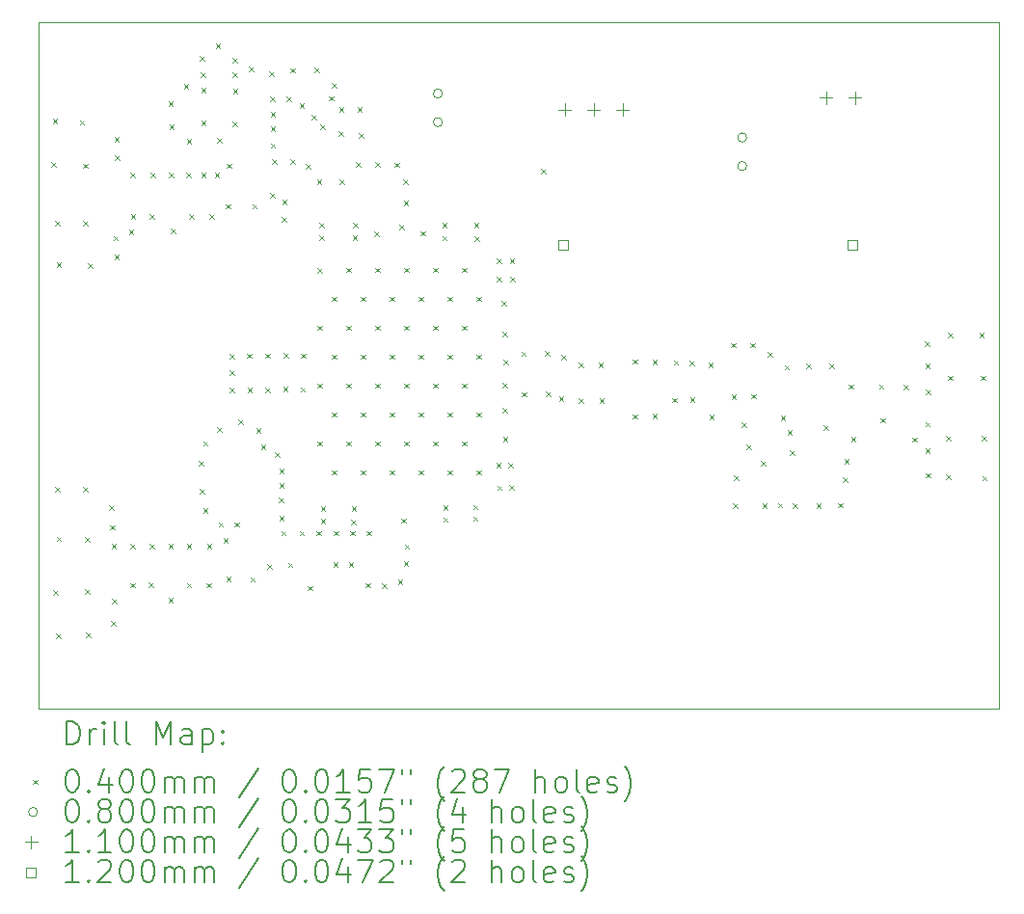
<source format=gbr>
%FSLAX45Y45*%
G04 Gerber Fmt 4.5, Leading zero omitted, Abs format (unit mm)*
G04 Created by KiCad (PCBNEW (6.0.1)) date 2022-02-08 14:36:47*
%MOMM*%
%LPD*%
G01*
G04 APERTURE LIST*
%TA.AperFunction,Profile*%
%ADD10C,0.100000*%
%TD*%
%ADD11C,0.200000*%
%ADD12C,0.040000*%
%ADD13C,0.080000*%
%ADD14C,0.110000*%
%ADD15C,0.120000*%
G04 APERTURE END LIST*
D10*
X7025640Y-7747000D02*
X15463520Y-7747000D01*
X15463520Y-7747000D02*
X15463520Y-13776960D01*
X15463520Y-13776960D02*
X7025640Y-13776960D01*
X7025640Y-13776960D02*
X7025640Y-7747000D01*
D11*
D12*
X7142800Y-8981760D02*
X7182800Y-9021760D01*
X7182800Y-8981760D02*
X7142800Y-9021760D01*
X7152960Y-8600760D02*
X7192960Y-8640760D01*
X7192960Y-8600760D02*
X7152960Y-8640760D01*
X7158040Y-12740960D02*
X7198040Y-12780960D01*
X7198040Y-12740960D02*
X7158040Y-12780960D01*
X7173280Y-9494840D02*
X7213280Y-9534840D01*
X7213280Y-9494840D02*
X7173280Y-9534840D01*
X7173280Y-11831640D02*
X7213280Y-11871640D01*
X7213280Y-11831640D02*
X7173280Y-11871640D01*
X7183440Y-13121960D02*
X7223440Y-13161960D01*
X7223440Y-13121960D02*
X7183440Y-13161960D01*
X7188520Y-9860600D02*
X7228520Y-9900600D01*
X7228520Y-9860600D02*
X7188520Y-9900600D01*
X7188520Y-12268520D02*
X7228520Y-12308520D01*
X7228520Y-12268520D02*
X7188520Y-12308520D01*
X7391720Y-8610920D02*
X7431720Y-8650920D01*
X7431720Y-8610920D02*
X7391720Y-8650920D01*
X7422200Y-8991920D02*
X7462200Y-9031920D01*
X7462200Y-8991920D02*
X7422200Y-9031920D01*
X7422200Y-9494840D02*
X7462200Y-9534840D01*
X7462200Y-9494840D02*
X7422200Y-9534840D01*
X7422200Y-11831640D02*
X7462200Y-11871640D01*
X7462200Y-11831640D02*
X7422200Y-11871640D01*
X7437440Y-12273600D02*
X7477440Y-12313600D01*
X7477440Y-12273600D02*
X7437440Y-12313600D01*
X7437440Y-12730800D02*
X7477440Y-12770800D01*
X7477440Y-12730800D02*
X7437440Y-12770800D01*
X7447600Y-13111800D02*
X7487600Y-13151800D01*
X7487600Y-13111800D02*
X7447600Y-13151800D01*
X7462840Y-9865680D02*
X7502840Y-9905680D01*
X7502840Y-9865680D02*
X7462840Y-9905680D01*
X7650800Y-11994200D02*
X7690800Y-12034200D01*
X7690800Y-11994200D02*
X7650800Y-12034200D01*
X7655880Y-12166920D02*
X7695880Y-12206920D01*
X7695880Y-12166920D02*
X7655880Y-12206920D01*
X7666040Y-13010200D02*
X7706040Y-13050200D01*
X7706040Y-13010200D02*
X7666040Y-13050200D01*
X7671120Y-12334560D02*
X7711120Y-12374560D01*
X7711120Y-12334560D02*
X7671120Y-12374560D01*
X7676200Y-12817160D02*
X7716200Y-12857160D01*
X7716200Y-12817160D02*
X7676200Y-12857160D01*
X7686360Y-9626920D02*
X7726360Y-9666920D01*
X7726360Y-9626920D02*
X7686360Y-9666920D01*
X7696520Y-8758240D02*
X7736520Y-8798240D01*
X7736520Y-8758240D02*
X7696520Y-8798240D01*
X7696520Y-9789480D02*
X7736520Y-9829480D01*
X7736520Y-9789480D02*
X7696520Y-9829480D01*
X7701600Y-8920800D02*
X7741600Y-8960800D01*
X7741600Y-8920800D02*
X7701600Y-8960800D01*
X7823520Y-9571040D02*
X7863520Y-9611040D01*
X7863520Y-9571040D02*
X7823520Y-9611040D01*
X7833680Y-9073200D02*
X7873680Y-9113200D01*
X7873680Y-9073200D02*
X7833680Y-9113200D01*
X7833680Y-12334560D02*
X7873680Y-12374560D01*
X7873680Y-12334560D02*
X7833680Y-12374560D01*
X7833680Y-12674920D02*
X7873680Y-12714920D01*
X7873680Y-12674920D02*
X7833680Y-12714920D01*
X7838760Y-9433880D02*
X7878760Y-9473880D01*
X7878760Y-9433880D02*
X7838760Y-9473880D01*
X7996240Y-12669840D02*
X8036240Y-12709840D01*
X8036240Y-12669840D02*
X7996240Y-12709840D01*
X8006400Y-9433880D02*
X8046400Y-9473880D01*
X8046400Y-9433880D02*
X8006400Y-9473880D01*
X8006400Y-12334560D02*
X8046400Y-12374560D01*
X8046400Y-12334560D02*
X8006400Y-12374560D01*
X8011480Y-9073200D02*
X8051480Y-9113200D01*
X8051480Y-9073200D02*
X8011480Y-9113200D01*
X8168960Y-8448360D02*
X8208960Y-8488360D01*
X8208960Y-8448360D02*
X8168960Y-8488360D01*
X8168960Y-12334560D02*
X8208960Y-12374560D01*
X8208960Y-12334560D02*
X8168960Y-12374560D01*
X8168960Y-12807000D02*
X8208960Y-12847000D01*
X8208960Y-12807000D02*
X8168960Y-12847000D01*
X8174040Y-9073200D02*
X8214040Y-9113200D01*
X8214040Y-9073200D02*
X8174040Y-9113200D01*
X8179120Y-8651560D02*
X8219120Y-8691560D01*
X8219120Y-8651560D02*
X8179120Y-8691560D01*
X8189280Y-9565960D02*
X8229280Y-9605960D01*
X8229280Y-9565960D02*
X8189280Y-9605960D01*
X8306120Y-8295960D02*
X8346120Y-8335960D01*
X8346120Y-8295960D02*
X8306120Y-8335960D01*
X8326440Y-9073200D02*
X8366440Y-9113200D01*
X8366440Y-9073200D02*
X8326440Y-9113200D01*
X8331520Y-8773480D02*
X8371520Y-8813480D01*
X8371520Y-8773480D02*
X8331520Y-8813480D01*
X8331520Y-12334560D02*
X8371520Y-12374560D01*
X8371520Y-12334560D02*
X8331520Y-12374560D01*
X8331520Y-12674920D02*
X8371520Y-12714920D01*
X8371520Y-12674920D02*
X8331520Y-12714920D01*
X8351840Y-9433880D02*
X8391840Y-9473880D01*
X8391840Y-9433880D02*
X8351840Y-9473880D01*
X8438200Y-11603040D02*
X8478200Y-11643040D01*
X8478200Y-11603040D02*
X8438200Y-11643040D01*
X8443280Y-8047040D02*
X8483280Y-8087040D01*
X8483280Y-8047040D02*
X8443280Y-8087040D01*
X8443280Y-11846880D02*
X8483280Y-11886880D01*
X8483280Y-11846880D02*
X8443280Y-11886880D01*
X8453440Y-8189280D02*
X8493440Y-8229280D01*
X8493440Y-8189280D02*
X8453440Y-8229280D01*
X8458520Y-8326440D02*
X8498520Y-8366440D01*
X8498520Y-8326440D02*
X8458520Y-8366440D01*
X8458520Y-8616000D02*
X8498520Y-8656000D01*
X8498520Y-8616000D02*
X8458520Y-8656000D01*
X8458520Y-9073200D02*
X8498520Y-9113200D01*
X8498520Y-9073200D02*
X8458520Y-9113200D01*
X8473760Y-11430320D02*
X8513760Y-11470320D01*
X8513760Y-11430320D02*
X8473760Y-11470320D01*
X8473760Y-12019600D02*
X8513760Y-12059600D01*
X8513760Y-12019600D02*
X8473760Y-12059600D01*
X8504240Y-12674920D02*
X8544240Y-12714920D01*
X8544240Y-12674920D02*
X8504240Y-12714920D01*
X8509320Y-12334560D02*
X8549320Y-12374560D01*
X8549320Y-12334560D02*
X8509320Y-12374560D01*
X8529640Y-9433880D02*
X8569640Y-9473880D01*
X8569640Y-9433880D02*
X8529640Y-9473880D01*
X8575360Y-9073200D02*
X8615360Y-9113200D01*
X8615360Y-9073200D02*
X8575360Y-9113200D01*
X8585520Y-7940360D02*
X8625520Y-7980360D01*
X8625520Y-7940360D02*
X8585520Y-7980360D01*
X8595680Y-8768400D02*
X8635680Y-8808400D01*
X8635680Y-8768400D02*
X8595680Y-8808400D01*
X8595680Y-11308400D02*
X8635680Y-11348400D01*
X8635680Y-11308400D02*
X8595680Y-11348400D01*
X8610920Y-12141520D02*
X8650920Y-12181520D01*
X8650920Y-12141520D02*
X8610920Y-12181520D01*
X8651560Y-12283760D02*
X8691560Y-12323760D01*
X8691560Y-12283760D02*
X8651560Y-12323760D01*
X8671880Y-9347520D02*
X8711880Y-9387520D01*
X8711880Y-9347520D02*
X8671880Y-9387520D01*
X8676960Y-12619040D02*
X8716960Y-12659040D01*
X8716960Y-12619040D02*
X8676960Y-12659040D01*
X8682040Y-8991920D02*
X8722040Y-9031920D01*
X8722040Y-8991920D02*
X8682040Y-9031920D01*
X8704900Y-10665780D02*
X8744900Y-10705780D01*
X8744900Y-10665780D02*
X8704900Y-10705780D01*
X8704900Y-10805480D02*
X8744900Y-10845480D01*
X8744900Y-10805480D02*
X8704900Y-10845480D01*
X8709980Y-10957880D02*
X8749980Y-10997880D01*
X8749980Y-10957880D02*
X8709980Y-10997880D01*
X8732840Y-8067360D02*
X8772840Y-8107360D01*
X8772840Y-8067360D02*
X8732840Y-8107360D01*
X8732840Y-8189280D02*
X8772840Y-8229280D01*
X8772840Y-8189280D02*
X8732840Y-8229280D01*
X8732840Y-8621080D02*
X8772840Y-8661080D01*
X8772840Y-8621080D02*
X8732840Y-8661080D01*
X8737920Y-8336600D02*
X8777920Y-8376600D01*
X8777920Y-8336600D02*
X8737920Y-8376600D01*
X8748080Y-12141520D02*
X8788080Y-12181520D01*
X8788080Y-12141520D02*
X8748080Y-12181520D01*
X8783640Y-11242360D02*
X8823640Y-11282360D01*
X8823640Y-11242360D02*
X8783640Y-11282360D01*
X8862380Y-10660700D02*
X8902380Y-10700700D01*
X8902380Y-10660700D02*
X8862380Y-10700700D01*
X8864920Y-10960420D02*
X8904920Y-11000420D01*
X8904920Y-10960420D02*
X8864920Y-11000420D01*
X8875080Y-8143560D02*
X8915080Y-8183560D01*
X8915080Y-8143560D02*
X8875080Y-8183560D01*
X8890320Y-12624120D02*
X8930320Y-12664120D01*
X8930320Y-12624120D02*
X8890320Y-12664120D01*
X8905560Y-9347520D02*
X8945560Y-9387520D01*
X8945560Y-9347520D02*
X8905560Y-9387520D01*
X8941120Y-11318560D02*
X8981120Y-11358560D01*
X8981120Y-11318560D02*
X8941120Y-11358560D01*
X8981760Y-11460800D02*
X9021760Y-11500800D01*
X9021760Y-11460800D02*
X8981760Y-11500800D01*
X9022400Y-10660700D02*
X9062400Y-10700700D01*
X9062400Y-10660700D02*
X9022400Y-10700700D01*
X9022400Y-10957880D02*
X9062400Y-10997880D01*
X9062400Y-10957880D02*
X9022400Y-10997880D01*
X9037640Y-12512360D02*
X9077640Y-12552360D01*
X9077640Y-12512360D02*
X9037640Y-12552360D01*
X9052880Y-8184200D02*
X9092880Y-8224200D01*
X9092880Y-8184200D02*
X9052880Y-8224200D01*
X9063040Y-8402640D02*
X9103040Y-8442640D01*
X9103040Y-8402640D02*
X9063040Y-8442640D01*
X9063040Y-9251000D02*
X9103040Y-9291000D01*
X9103040Y-9251000D02*
X9063040Y-9291000D01*
X9068120Y-8539800D02*
X9108120Y-8579800D01*
X9108120Y-8539800D02*
X9068120Y-8579800D01*
X9068120Y-8666800D02*
X9108120Y-8706800D01*
X9108120Y-8666800D02*
X9068120Y-8706800D01*
X9068120Y-8814120D02*
X9108120Y-8854120D01*
X9108120Y-8814120D02*
X9068120Y-8854120D01*
X9078280Y-8951280D02*
X9118280Y-8991280D01*
X9118280Y-8951280D02*
X9078280Y-8991280D01*
X9103680Y-11526840D02*
X9143680Y-11566840D01*
X9143680Y-11526840D02*
X9103680Y-11566840D01*
X9139240Y-11928160D02*
X9179240Y-11968160D01*
X9179240Y-11928160D02*
X9139240Y-11968160D01*
X9144320Y-11669080D02*
X9184320Y-11709080D01*
X9184320Y-11669080D02*
X9144320Y-11709080D01*
X9144320Y-11801160D02*
X9184320Y-11841160D01*
X9184320Y-11801160D02*
X9144320Y-11841160D01*
X9144320Y-12085640D02*
X9184320Y-12125640D01*
X9184320Y-12085640D02*
X9144320Y-12125640D01*
X9159560Y-12217720D02*
X9199560Y-12257720D01*
X9199560Y-12217720D02*
X9159560Y-12257720D01*
X9164640Y-9464360D02*
X9204640Y-9504360D01*
X9204640Y-9464360D02*
X9164640Y-9504360D01*
X9169720Y-9306880D02*
X9209720Y-9346880D01*
X9209720Y-9306880D02*
X9169720Y-9346880D01*
X9177340Y-10952800D02*
X9217340Y-10992800D01*
X9217340Y-10952800D02*
X9177340Y-10992800D01*
X9179880Y-10658160D02*
X9219880Y-10698160D01*
X9219880Y-10658160D02*
X9179880Y-10698160D01*
X9205280Y-8402640D02*
X9245280Y-8442640D01*
X9245280Y-8402640D02*
X9205280Y-8442640D01*
X9220520Y-12497120D02*
X9260520Y-12537120D01*
X9260520Y-12497120D02*
X9220520Y-12537120D01*
X9240840Y-8153720D02*
X9280840Y-8193720D01*
X9280840Y-8153720D02*
X9240840Y-8193720D01*
X9240840Y-8956360D02*
X9280840Y-8996360D01*
X9280840Y-8956360D02*
X9240840Y-8996360D01*
X9322120Y-8463600D02*
X9362120Y-8503600D01*
X9362120Y-8463600D02*
X9322120Y-8503600D01*
X9322120Y-12217720D02*
X9362120Y-12257720D01*
X9362120Y-12217720D02*
X9322120Y-12257720D01*
X9329740Y-10955340D02*
X9369740Y-10995340D01*
X9369740Y-10955340D02*
X9329740Y-10995340D01*
X9334820Y-10660700D02*
X9374820Y-10700700D01*
X9374820Y-10660700D02*
X9334820Y-10700700D01*
X9378000Y-8997000D02*
X9418000Y-9037000D01*
X9418000Y-8997000D02*
X9378000Y-9037000D01*
X9393240Y-12700320D02*
X9433240Y-12740320D01*
X9433240Y-12700320D02*
X9393240Y-12740320D01*
X9428800Y-8565200D02*
X9468800Y-8605200D01*
X9468800Y-8565200D02*
X9428800Y-8605200D01*
X9454200Y-8148640D02*
X9494200Y-8188640D01*
X9494200Y-8148640D02*
X9454200Y-8188640D01*
X9469440Y-12217720D02*
X9509440Y-12257720D01*
X9509440Y-12217720D02*
X9469440Y-12257720D01*
X9474520Y-9129080D02*
X9514520Y-9169080D01*
X9514520Y-9129080D02*
X9474520Y-9169080D01*
X9477060Y-9908860D02*
X9517060Y-9948860D01*
X9517060Y-9908860D02*
X9477060Y-9948860D01*
X9477060Y-10414320D02*
X9517060Y-10454320D01*
X9517060Y-10414320D02*
X9477060Y-10454320D01*
X9477060Y-10922320D02*
X9517060Y-10962320D01*
X9517060Y-10922320D02*
X9477060Y-10962320D01*
X9477060Y-11430320D02*
X9517060Y-11470320D01*
X9517060Y-11430320D02*
X9477060Y-11470320D01*
X9494840Y-9510080D02*
X9534840Y-9550080D01*
X9534840Y-9510080D02*
X9494840Y-9550080D01*
X9494840Y-9621840D02*
X9534840Y-9661840D01*
X9534840Y-9621840D02*
X9494840Y-9661840D01*
X9505000Y-8646480D02*
X9545000Y-8686480D01*
X9545000Y-8646480D02*
X9505000Y-8686480D01*
X9507540Y-12001820D02*
X9547540Y-12041820D01*
X9547540Y-12001820D02*
X9507540Y-12041820D01*
X9507540Y-12113580D02*
X9547540Y-12153580D01*
X9547540Y-12113580D02*
X9507540Y-12153580D01*
X9578012Y-8400139D02*
X9618012Y-8440139D01*
X9618012Y-8400139D02*
X9578012Y-8440139D01*
X9604060Y-10160320D02*
X9644060Y-10200320D01*
X9644060Y-10160320D02*
X9604060Y-10200320D01*
X9604060Y-10668320D02*
X9644060Y-10708320D01*
X9644060Y-10668320D02*
X9604060Y-10708320D01*
X9604060Y-11176320D02*
X9644060Y-11216320D01*
X9644060Y-11176320D02*
X9604060Y-11216320D01*
X9604060Y-11684320D02*
X9644060Y-11724320D01*
X9644060Y-11684320D02*
X9604060Y-11724320D01*
X9606600Y-8285800D02*
X9646600Y-8325800D01*
X9646600Y-8285800D02*
X9606600Y-8325800D01*
X9616760Y-12492040D02*
X9656760Y-12532040D01*
X9656760Y-12492040D02*
X9616760Y-12532040D01*
X9621840Y-12217720D02*
X9661840Y-12257720D01*
X9661840Y-12217720D02*
X9621840Y-12257720D01*
X9662480Y-8707440D02*
X9702480Y-8747440D01*
X9702480Y-8707440D02*
X9662480Y-8747440D01*
X9667560Y-8499160D02*
X9707560Y-8539160D01*
X9707560Y-8499160D02*
X9667560Y-8539160D01*
X9671795Y-9132364D02*
X9711795Y-9172364D01*
X9711795Y-9132364D02*
X9671795Y-9172364D01*
X9731060Y-9906320D02*
X9771060Y-9946320D01*
X9771060Y-9906320D02*
X9731060Y-9946320D01*
X9731060Y-10414320D02*
X9771060Y-10454320D01*
X9771060Y-10414320D02*
X9731060Y-10454320D01*
X9731060Y-10922320D02*
X9771060Y-10962320D01*
X9771060Y-10922320D02*
X9731060Y-10962320D01*
X9731060Y-11430320D02*
X9771060Y-11470320D01*
X9771060Y-11430320D02*
X9731060Y-11470320D01*
X9753920Y-12492040D02*
X9793920Y-12532040D01*
X9793920Y-12492040D02*
X9753920Y-12532040D01*
X9764080Y-12217720D02*
X9804080Y-12257720D01*
X9804080Y-12217720D02*
X9764080Y-12257720D01*
X9776780Y-12118660D02*
X9816780Y-12158660D01*
X9816780Y-12118660D02*
X9776780Y-12158660D01*
X9779320Y-12001820D02*
X9819320Y-12041820D01*
X9819320Y-12001820D02*
X9779320Y-12041820D01*
X9786940Y-9624380D02*
X9826940Y-9664380D01*
X9826940Y-9624380D02*
X9786940Y-9664380D01*
X9789480Y-9512620D02*
X9829480Y-9552620D01*
X9829480Y-9512620D02*
X9789480Y-9552620D01*
X9817420Y-8981760D02*
X9857420Y-9021760D01*
X9857420Y-8981760D02*
X9817420Y-9021760D01*
X9830120Y-8499160D02*
X9870120Y-8539160D01*
X9870120Y-8499160D02*
X9830120Y-8539160D01*
X9840280Y-8727760D02*
X9880280Y-8767760D01*
X9880280Y-8727760D02*
X9840280Y-8767760D01*
X9858060Y-10160320D02*
X9898060Y-10200320D01*
X9898060Y-10160320D02*
X9858060Y-10200320D01*
X9858060Y-10668320D02*
X9898060Y-10708320D01*
X9898060Y-10668320D02*
X9858060Y-10708320D01*
X9858060Y-11176320D02*
X9898060Y-11216320D01*
X9898060Y-11176320D02*
X9858060Y-11216320D01*
X9858060Y-11684320D02*
X9898060Y-11724320D01*
X9898060Y-11684320D02*
X9858060Y-11724320D01*
X9901240Y-12674920D02*
X9941240Y-12714920D01*
X9941240Y-12674920D02*
X9901240Y-12714920D01*
X9911400Y-12217720D02*
X9951400Y-12257720D01*
X9951400Y-12217720D02*
X9911400Y-12257720D01*
X9974900Y-9588820D02*
X10014900Y-9628820D01*
X10014900Y-9588820D02*
X9974900Y-9628820D01*
X9985060Y-8979220D02*
X10025060Y-9019220D01*
X10025060Y-8979220D02*
X9985060Y-9019220D01*
X9985060Y-9906320D02*
X10025060Y-9946320D01*
X10025060Y-9906320D02*
X9985060Y-9946320D01*
X9985060Y-10414320D02*
X10025060Y-10454320D01*
X10025060Y-10414320D02*
X9985060Y-10454320D01*
X9985060Y-10922320D02*
X10025060Y-10962320D01*
X10025060Y-10922320D02*
X9985060Y-10962320D01*
X9985060Y-11430320D02*
X10025060Y-11470320D01*
X10025060Y-11430320D02*
X9985060Y-11470320D01*
X10043480Y-12680000D02*
X10083480Y-12720000D01*
X10083480Y-12680000D02*
X10043480Y-12720000D01*
X10112060Y-10160320D02*
X10152060Y-10200320D01*
X10152060Y-10160320D02*
X10112060Y-10200320D01*
X10112060Y-10668320D02*
X10152060Y-10708320D01*
X10152060Y-10668320D02*
X10112060Y-10708320D01*
X10112060Y-11176320D02*
X10152060Y-11216320D01*
X10152060Y-11176320D02*
X10112060Y-11216320D01*
X10112060Y-11684320D02*
X10152060Y-11724320D01*
X10152060Y-11684320D02*
X10112060Y-11724320D01*
X10155240Y-8984300D02*
X10195240Y-9024300D01*
X10195240Y-8984300D02*
X10155240Y-9024300D01*
X10185720Y-12644440D02*
X10225720Y-12684440D01*
X10225720Y-12644440D02*
X10185720Y-12684440D01*
X10198420Y-9527860D02*
X10238420Y-9567860D01*
X10238420Y-9527860D02*
X10198420Y-9567860D01*
X10213660Y-12108500D02*
X10253660Y-12148500D01*
X10253660Y-12108500D02*
X10213660Y-12148500D01*
X10228900Y-9134160D02*
X10268900Y-9174160D01*
X10268900Y-9134160D02*
X10228900Y-9174160D01*
X10236520Y-9319580D02*
X10276520Y-9359580D01*
X10276520Y-9319580D02*
X10236520Y-9359580D01*
X10236520Y-12486960D02*
X10276520Y-12526960D01*
X10276520Y-12486960D02*
X10236520Y-12526960D01*
X10239060Y-9906320D02*
X10279060Y-9946320D01*
X10279060Y-9906320D02*
X10239060Y-9946320D01*
X10239060Y-10414320D02*
X10279060Y-10454320D01*
X10279060Y-10414320D02*
X10239060Y-10454320D01*
X10239060Y-10922320D02*
X10279060Y-10962320D01*
X10279060Y-10922320D02*
X10239060Y-10962320D01*
X10239060Y-11430320D02*
X10279060Y-11470320D01*
X10279060Y-11430320D02*
X10239060Y-11470320D01*
X10244140Y-12337100D02*
X10284140Y-12377100D01*
X10284140Y-12337100D02*
X10244140Y-12377100D01*
X10366060Y-10160320D02*
X10406060Y-10200320D01*
X10406060Y-10160320D02*
X10366060Y-10200320D01*
X10366060Y-10668320D02*
X10406060Y-10708320D01*
X10406060Y-10668320D02*
X10366060Y-10708320D01*
X10366060Y-11176320D02*
X10406060Y-11216320D01*
X10406060Y-11176320D02*
X10366060Y-11216320D01*
X10366060Y-11684320D02*
X10406060Y-11724320D01*
X10406060Y-11684320D02*
X10366060Y-11724320D01*
X10381300Y-9583740D02*
X10421300Y-9623740D01*
X10421300Y-9583740D02*
X10381300Y-9623740D01*
X10493060Y-9906320D02*
X10533060Y-9946320D01*
X10533060Y-9906320D02*
X10493060Y-9946320D01*
X10493060Y-10414320D02*
X10533060Y-10454320D01*
X10533060Y-10414320D02*
X10493060Y-10454320D01*
X10493060Y-10922320D02*
X10533060Y-10962320D01*
X10533060Y-10922320D02*
X10493060Y-10962320D01*
X10493060Y-11430320D02*
X10533060Y-11470320D01*
X10533060Y-11430320D02*
X10493060Y-11470320D01*
X10574340Y-9515160D02*
X10614340Y-9555160D01*
X10614340Y-9515160D02*
X10574340Y-9555160D01*
X10574340Y-9626920D02*
X10614340Y-9666920D01*
X10614340Y-9626920D02*
X10574340Y-9666920D01*
X10581960Y-11994200D02*
X10621960Y-12034200D01*
X10621960Y-11994200D02*
X10581960Y-12034200D01*
X10581960Y-12098340D02*
X10621960Y-12138340D01*
X10621960Y-12098340D02*
X10581960Y-12138340D01*
X10620060Y-10160320D02*
X10660060Y-10200320D01*
X10660060Y-10160320D02*
X10620060Y-10200320D01*
X10620060Y-10668320D02*
X10660060Y-10708320D01*
X10660060Y-10668320D02*
X10620060Y-10708320D01*
X10620060Y-11176320D02*
X10660060Y-11216320D01*
X10660060Y-11176320D02*
X10620060Y-11216320D01*
X10620060Y-11684320D02*
X10660060Y-11724320D01*
X10660060Y-11684320D02*
X10620060Y-11724320D01*
X10747060Y-9906320D02*
X10787060Y-9946320D01*
X10787060Y-9906320D02*
X10747060Y-9946320D01*
X10747060Y-10414320D02*
X10787060Y-10454320D01*
X10787060Y-10414320D02*
X10747060Y-10454320D01*
X10747060Y-10922320D02*
X10787060Y-10962320D01*
X10787060Y-10922320D02*
X10747060Y-10962320D01*
X10747060Y-11430320D02*
X10787060Y-11470320D01*
X10787060Y-11430320D02*
X10747060Y-11470320D01*
X10846120Y-11989120D02*
X10886120Y-12029120D01*
X10886120Y-11989120D02*
X10846120Y-12029120D01*
X10846120Y-12090720D02*
X10886120Y-12130720D01*
X10886120Y-12090720D02*
X10846120Y-12130720D01*
X10853740Y-9510080D02*
X10893740Y-9550080D01*
X10893740Y-9510080D02*
X10853740Y-9550080D01*
X10856280Y-9629460D02*
X10896280Y-9669460D01*
X10896280Y-9629460D02*
X10856280Y-9669460D01*
X10874060Y-10160320D02*
X10914060Y-10200320D01*
X10914060Y-10160320D02*
X10874060Y-10200320D01*
X10874060Y-10668320D02*
X10914060Y-10708320D01*
X10914060Y-10668320D02*
X10874060Y-10708320D01*
X10874060Y-11176320D02*
X10914060Y-11216320D01*
X10914060Y-11176320D02*
X10874060Y-11216320D01*
X10874060Y-11684320D02*
X10914060Y-11724320D01*
X10914060Y-11684320D02*
X10874060Y-11724320D01*
X11049320Y-11623360D02*
X11089320Y-11663360D01*
X11089320Y-11623360D02*
X11049320Y-11663360D01*
X11051860Y-9827580D02*
X11091860Y-9867580D01*
X11091860Y-9827580D02*
X11051860Y-9867580D01*
X11051860Y-9987600D02*
X11091860Y-10027600D01*
X11091860Y-9987600D02*
X11051860Y-10027600D01*
X11056940Y-11818940D02*
X11096940Y-11858940D01*
X11096940Y-11818940D02*
X11056940Y-11858940D01*
X11097580Y-10200960D02*
X11137580Y-10240960D01*
X11137580Y-10200960D02*
X11097580Y-10240960D01*
X11102660Y-11140760D02*
X11142660Y-11180760D01*
X11142660Y-11140760D02*
X11102660Y-11180760D01*
X11105200Y-10467660D02*
X11145200Y-10507660D01*
X11145200Y-10467660D02*
X11105200Y-10507660D01*
X11105200Y-10919780D02*
X11145200Y-10959780D01*
X11145200Y-10919780D02*
X11105200Y-10959780D01*
X11107740Y-11392220D02*
X11147740Y-11432220D01*
X11147740Y-11392220D02*
X11107740Y-11432220D01*
X11110280Y-10716580D02*
X11150280Y-10756580D01*
X11150280Y-10716580D02*
X11110280Y-10756580D01*
X11153460Y-11620820D02*
X11193460Y-11660820D01*
X11193460Y-11620820D02*
X11153460Y-11660820D01*
X11161080Y-11816400D02*
X11201080Y-11856400D01*
X11201080Y-11816400D02*
X11161080Y-11856400D01*
X11166160Y-9825040D02*
X11206160Y-9865040D01*
X11206160Y-9825040D02*
X11166160Y-9865040D01*
X11171240Y-9987600D02*
X11211240Y-10027600D01*
X11211240Y-9987600D02*
X11171240Y-10027600D01*
X11267760Y-10642920D02*
X11307760Y-10682920D01*
X11307760Y-10642920D02*
X11267760Y-10682920D01*
X11270300Y-10998520D02*
X11310300Y-11038520D01*
X11310300Y-10998520D02*
X11270300Y-11038520D01*
X11440000Y-9040000D02*
X11480000Y-9080000D01*
X11480000Y-9040000D02*
X11440000Y-9080000D01*
X11476040Y-10637840D02*
X11516040Y-10677840D01*
X11516040Y-10637840D02*
X11476040Y-10677840D01*
X11486200Y-10993440D02*
X11526200Y-11033440D01*
X11526200Y-10993440D02*
X11486200Y-11033440D01*
X11597960Y-11036620D02*
X11637960Y-11076620D01*
X11637960Y-11036620D02*
X11597960Y-11076620D01*
X11620820Y-10673400D02*
X11660820Y-10713400D01*
X11660820Y-10673400D02*
X11620820Y-10713400D01*
X11774780Y-10741330D02*
X11814780Y-10781330D01*
X11814780Y-10741330D02*
X11774780Y-10781330D01*
X11774780Y-11056330D02*
X11814780Y-11096330D01*
X11814780Y-11056330D02*
X11774780Y-11096330D01*
X11944780Y-10741330D02*
X11984780Y-10781330D01*
X11984780Y-10741330D02*
X11944780Y-10781330D01*
X11954780Y-11056330D02*
X11994780Y-11096330D01*
X11994780Y-11056330D02*
X11954780Y-11096330D01*
X12245660Y-10711500D02*
X12285660Y-10751500D01*
X12285660Y-10711500D02*
X12245660Y-10751500D01*
X12245660Y-11194100D02*
X12285660Y-11234100D01*
X12285660Y-11194100D02*
X12245660Y-11234100D01*
X12420920Y-10714040D02*
X12460920Y-10754040D01*
X12460920Y-10714040D02*
X12420920Y-10754040D01*
X12420920Y-11191330D02*
X12460920Y-11231330D01*
X12460920Y-11191330D02*
X12420920Y-11231330D01*
X12593640Y-11049320D02*
X12633640Y-11089320D01*
X12633640Y-11049320D02*
X12593640Y-11089320D01*
X12606340Y-10719120D02*
X12646340Y-10759120D01*
X12646340Y-10719120D02*
X12606340Y-10759120D01*
X12744780Y-10721330D02*
X12784780Y-10761330D01*
X12784780Y-10721330D02*
X12744780Y-10761330D01*
X12749780Y-11046330D02*
X12789780Y-11086330D01*
X12789780Y-11046330D02*
X12749780Y-11086330D01*
X12909780Y-10741330D02*
X12949780Y-10781330D01*
X12949780Y-10741330D02*
X12909780Y-10781330D01*
X12919780Y-11196330D02*
X12959780Y-11236330D01*
X12959780Y-11196330D02*
X12919780Y-11236330D01*
X13109780Y-10566330D02*
X13149780Y-10606330D01*
X13149780Y-10566330D02*
X13109780Y-10606330D01*
X13114780Y-11021330D02*
X13154780Y-11061330D01*
X13154780Y-11021330D02*
X13114780Y-11061330D01*
X13124780Y-11976330D02*
X13164780Y-12016330D01*
X13164780Y-11976330D02*
X13124780Y-12016330D01*
X13134780Y-11731330D02*
X13174780Y-11771330D01*
X13174780Y-11731330D02*
X13134780Y-11771330D01*
X13204780Y-11266330D02*
X13244780Y-11306330D01*
X13244780Y-11266330D02*
X13204780Y-11306330D01*
X13244780Y-11461330D02*
X13284780Y-11501330D01*
X13284780Y-11461330D02*
X13244780Y-11501330D01*
X13279780Y-10566330D02*
X13319780Y-10606330D01*
X13319780Y-10566330D02*
X13279780Y-10606330D01*
X13284780Y-11016330D02*
X13324780Y-11056330D01*
X13324780Y-11016330D02*
X13284780Y-11056330D01*
X13374780Y-11606330D02*
X13414780Y-11646330D01*
X13414780Y-11606330D02*
X13374780Y-11646330D01*
X13384780Y-11976330D02*
X13424780Y-12016330D01*
X13424780Y-11976330D02*
X13384780Y-12016330D01*
X13429780Y-10646330D02*
X13469780Y-10686330D01*
X13469780Y-10646330D02*
X13429780Y-10686330D01*
X13519780Y-11971330D02*
X13559780Y-12011330D01*
X13559780Y-11971330D02*
X13519780Y-12011330D01*
X13544780Y-11206330D02*
X13584780Y-11246330D01*
X13584780Y-11206330D02*
X13544780Y-11246330D01*
X13579780Y-10761330D02*
X13619780Y-10801330D01*
X13619780Y-10761330D02*
X13579780Y-10801330D01*
X13604780Y-11331330D02*
X13644780Y-11371330D01*
X13644780Y-11331330D02*
X13604780Y-11371330D01*
X13624780Y-11511330D02*
X13664780Y-11551330D01*
X13664780Y-11511330D02*
X13624780Y-11551330D01*
X13654780Y-11976330D02*
X13694780Y-12016330D01*
X13694780Y-11976330D02*
X13654780Y-12016330D01*
X13769780Y-10746330D02*
X13809780Y-10786330D01*
X13809780Y-10746330D02*
X13769780Y-10786330D01*
X13859780Y-11976330D02*
X13899780Y-12016330D01*
X13899780Y-11976330D02*
X13859780Y-12016330D01*
X13919780Y-11291330D02*
X13959780Y-11331330D01*
X13959780Y-11291330D02*
X13919780Y-11331330D01*
X13974780Y-10746330D02*
X14014780Y-10786330D01*
X14014780Y-10746330D02*
X13974780Y-10786330D01*
X14049780Y-11971330D02*
X14089780Y-12011330D01*
X14089780Y-11971330D02*
X14049780Y-12011330D01*
X14094780Y-11746330D02*
X14134780Y-11786330D01*
X14134780Y-11746330D02*
X14094780Y-11786330D01*
X14104780Y-11586330D02*
X14144780Y-11626330D01*
X14144780Y-11586330D02*
X14104780Y-11626330D01*
X14144780Y-10931330D02*
X14184780Y-10971330D01*
X14184780Y-10931330D02*
X14144780Y-10971330D01*
X14164780Y-11391330D02*
X14204780Y-11431330D01*
X14204780Y-11391330D02*
X14164780Y-11431330D01*
X14409780Y-10931330D02*
X14449780Y-10971330D01*
X14449780Y-10931330D02*
X14409780Y-10971330D01*
X14424780Y-11226330D02*
X14464780Y-11266330D01*
X14464780Y-11226330D02*
X14424780Y-11266330D01*
X14628180Y-10937560D02*
X14668180Y-10977560D01*
X14668180Y-10937560D02*
X14628180Y-10977560D01*
X14699780Y-11396330D02*
X14739780Y-11436330D01*
X14739780Y-11396330D02*
X14699780Y-11436330D01*
X14810000Y-10555000D02*
X14850000Y-10595000D01*
X14850000Y-10555000D02*
X14810000Y-10595000D01*
X14815000Y-10750000D02*
X14855000Y-10790000D01*
X14855000Y-10750000D02*
X14815000Y-10790000D01*
X14815000Y-11260000D02*
X14855000Y-11300000D01*
X14855000Y-11260000D02*
X14815000Y-11300000D01*
X14815000Y-11495000D02*
X14855000Y-11535000D01*
X14855000Y-11495000D02*
X14815000Y-11535000D01*
X14820000Y-10975000D02*
X14860000Y-11015000D01*
X14860000Y-10975000D02*
X14820000Y-11015000D01*
X14820000Y-11710000D02*
X14860000Y-11750000D01*
X14860000Y-11710000D02*
X14820000Y-11750000D01*
X14995000Y-11385000D02*
X15035000Y-11425000D01*
X15035000Y-11385000D02*
X14995000Y-11425000D01*
X14995000Y-11725000D02*
X15035000Y-11765000D01*
X15035000Y-11725000D02*
X14995000Y-11765000D01*
X15015000Y-10480000D02*
X15055000Y-10520000D01*
X15055000Y-10480000D02*
X15015000Y-10520000D01*
X15015000Y-10855000D02*
X15055000Y-10895000D01*
X15055000Y-10855000D02*
X15015000Y-10895000D01*
X15290000Y-10480000D02*
X15330000Y-10520000D01*
X15330000Y-10480000D02*
X15290000Y-10520000D01*
X15305000Y-10855000D02*
X15345000Y-10895000D01*
X15345000Y-10855000D02*
X15305000Y-10895000D01*
X15310000Y-11385000D02*
X15350000Y-11425000D01*
X15350000Y-11385000D02*
X15310000Y-11425000D01*
X15315000Y-11735000D02*
X15355000Y-11775000D01*
X15355000Y-11735000D02*
X15315000Y-11775000D01*
D13*
X10575920Y-8377238D02*
G75*
G03*
X10575920Y-8377238I-40000J0D01*
G01*
X10575920Y-8627238D02*
G75*
G03*
X10575920Y-8627238I-40000J0D01*
G01*
X13248000Y-8763000D02*
G75*
G03*
X13248000Y-8763000I-40000J0D01*
G01*
X13248000Y-9013000D02*
G75*
G03*
X13248000Y-9013000I-40000J0D01*
G01*
D14*
X11648440Y-8462140D02*
X11648440Y-8572140D01*
X11593440Y-8517140D02*
X11703440Y-8517140D01*
X11902440Y-8462140D02*
X11902440Y-8572140D01*
X11847440Y-8517140D02*
X11957440Y-8517140D01*
X12156440Y-8462140D02*
X12156440Y-8572140D01*
X12101440Y-8517140D02*
X12211440Y-8517140D01*
X13944600Y-8357480D02*
X13944600Y-8467480D01*
X13889600Y-8412480D02*
X13999600Y-8412480D01*
X14198600Y-8357480D02*
X14198600Y-8467480D01*
X14143600Y-8412480D02*
X14253600Y-8412480D01*
D15*
X11675627Y-9750307D02*
X11675627Y-9665453D01*
X11590773Y-9665453D01*
X11590773Y-9750307D01*
X11675627Y-9750307D01*
X14215627Y-9750307D02*
X14215627Y-9665453D01*
X14130773Y-9665453D01*
X14130773Y-9750307D01*
X14215627Y-9750307D01*
D11*
X7278259Y-14092436D02*
X7278259Y-13892436D01*
X7325878Y-13892436D01*
X7354449Y-13901960D01*
X7373497Y-13921008D01*
X7383021Y-13940055D01*
X7392545Y-13978150D01*
X7392545Y-14006722D01*
X7383021Y-14044817D01*
X7373497Y-14063865D01*
X7354449Y-14082912D01*
X7325878Y-14092436D01*
X7278259Y-14092436D01*
X7478259Y-14092436D02*
X7478259Y-13959103D01*
X7478259Y-13997198D02*
X7487783Y-13978150D01*
X7497307Y-13968627D01*
X7516354Y-13959103D01*
X7535402Y-13959103D01*
X7602068Y-14092436D02*
X7602068Y-13959103D01*
X7602068Y-13892436D02*
X7592545Y-13901960D01*
X7602068Y-13911484D01*
X7611592Y-13901960D01*
X7602068Y-13892436D01*
X7602068Y-13911484D01*
X7725878Y-14092436D02*
X7706830Y-14082912D01*
X7697307Y-14063865D01*
X7697307Y-13892436D01*
X7830640Y-14092436D02*
X7811592Y-14082912D01*
X7802068Y-14063865D01*
X7802068Y-13892436D01*
X8059211Y-14092436D02*
X8059211Y-13892436D01*
X8125878Y-14035293D01*
X8192545Y-13892436D01*
X8192545Y-14092436D01*
X8373497Y-14092436D02*
X8373497Y-13987674D01*
X8363973Y-13968627D01*
X8344926Y-13959103D01*
X8306830Y-13959103D01*
X8287783Y-13968627D01*
X8373497Y-14082912D02*
X8354449Y-14092436D01*
X8306830Y-14092436D01*
X8287783Y-14082912D01*
X8278259Y-14063865D01*
X8278259Y-14044817D01*
X8287783Y-14025769D01*
X8306830Y-14016246D01*
X8354449Y-14016246D01*
X8373497Y-14006722D01*
X8468735Y-13959103D02*
X8468735Y-14159103D01*
X8468735Y-13968627D02*
X8487783Y-13959103D01*
X8525878Y-13959103D01*
X8544926Y-13968627D01*
X8554450Y-13978150D01*
X8563973Y-13997198D01*
X8563973Y-14054341D01*
X8554450Y-14073388D01*
X8544926Y-14082912D01*
X8525878Y-14092436D01*
X8487783Y-14092436D01*
X8468735Y-14082912D01*
X8649688Y-14073388D02*
X8659211Y-14082912D01*
X8649688Y-14092436D01*
X8640164Y-14082912D01*
X8649688Y-14073388D01*
X8649688Y-14092436D01*
X8649688Y-13968627D02*
X8659211Y-13978150D01*
X8649688Y-13987674D01*
X8640164Y-13978150D01*
X8649688Y-13968627D01*
X8649688Y-13987674D01*
D12*
X6980640Y-14401960D02*
X7020640Y-14441960D01*
X7020640Y-14401960D02*
X6980640Y-14441960D01*
D11*
X7316354Y-14312436D02*
X7335402Y-14312436D01*
X7354449Y-14321960D01*
X7363973Y-14331484D01*
X7373497Y-14350531D01*
X7383021Y-14388627D01*
X7383021Y-14436246D01*
X7373497Y-14474341D01*
X7363973Y-14493388D01*
X7354449Y-14502912D01*
X7335402Y-14512436D01*
X7316354Y-14512436D01*
X7297307Y-14502912D01*
X7287783Y-14493388D01*
X7278259Y-14474341D01*
X7268735Y-14436246D01*
X7268735Y-14388627D01*
X7278259Y-14350531D01*
X7287783Y-14331484D01*
X7297307Y-14321960D01*
X7316354Y-14312436D01*
X7468735Y-14493388D02*
X7478259Y-14502912D01*
X7468735Y-14512436D01*
X7459211Y-14502912D01*
X7468735Y-14493388D01*
X7468735Y-14512436D01*
X7649688Y-14379103D02*
X7649688Y-14512436D01*
X7602068Y-14302912D02*
X7554449Y-14445769D01*
X7678259Y-14445769D01*
X7792545Y-14312436D02*
X7811592Y-14312436D01*
X7830640Y-14321960D01*
X7840164Y-14331484D01*
X7849688Y-14350531D01*
X7859211Y-14388627D01*
X7859211Y-14436246D01*
X7849688Y-14474341D01*
X7840164Y-14493388D01*
X7830640Y-14502912D01*
X7811592Y-14512436D01*
X7792545Y-14512436D01*
X7773497Y-14502912D01*
X7763973Y-14493388D01*
X7754449Y-14474341D01*
X7744926Y-14436246D01*
X7744926Y-14388627D01*
X7754449Y-14350531D01*
X7763973Y-14331484D01*
X7773497Y-14321960D01*
X7792545Y-14312436D01*
X7983021Y-14312436D02*
X8002068Y-14312436D01*
X8021116Y-14321960D01*
X8030640Y-14331484D01*
X8040164Y-14350531D01*
X8049688Y-14388627D01*
X8049688Y-14436246D01*
X8040164Y-14474341D01*
X8030640Y-14493388D01*
X8021116Y-14502912D01*
X8002068Y-14512436D01*
X7983021Y-14512436D01*
X7963973Y-14502912D01*
X7954449Y-14493388D01*
X7944926Y-14474341D01*
X7935402Y-14436246D01*
X7935402Y-14388627D01*
X7944926Y-14350531D01*
X7954449Y-14331484D01*
X7963973Y-14321960D01*
X7983021Y-14312436D01*
X8135402Y-14512436D02*
X8135402Y-14379103D01*
X8135402Y-14398150D02*
X8144926Y-14388627D01*
X8163973Y-14379103D01*
X8192545Y-14379103D01*
X8211592Y-14388627D01*
X8221116Y-14407674D01*
X8221116Y-14512436D01*
X8221116Y-14407674D02*
X8230640Y-14388627D01*
X8249688Y-14379103D01*
X8278259Y-14379103D01*
X8297307Y-14388627D01*
X8306830Y-14407674D01*
X8306830Y-14512436D01*
X8402069Y-14512436D02*
X8402069Y-14379103D01*
X8402069Y-14398150D02*
X8411592Y-14388627D01*
X8430640Y-14379103D01*
X8459211Y-14379103D01*
X8478259Y-14388627D01*
X8487783Y-14407674D01*
X8487783Y-14512436D01*
X8487783Y-14407674D02*
X8497307Y-14388627D01*
X8516354Y-14379103D01*
X8544926Y-14379103D01*
X8563973Y-14388627D01*
X8573497Y-14407674D01*
X8573497Y-14512436D01*
X8963973Y-14302912D02*
X8792545Y-14560055D01*
X9221116Y-14312436D02*
X9240164Y-14312436D01*
X9259211Y-14321960D01*
X9268735Y-14331484D01*
X9278259Y-14350531D01*
X9287783Y-14388627D01*
X9287783Y-14436246D01*
X9278259Y-14474341D01*
X9268735Y-14493388D01*
X9259211Y-14502912D01*
X9240164Y-14512436D01*
X9221116Y-14512436D01*
X9202069Y-14502912D01*
X9192545Y-14493388D01*
X9183021Y-14474341D01*
X9173497Y-14436246D01*
X9173497Y-14388627D01*
X9183021Y-14350531D01*
X9192545Y-14331484D01*
X9202069Y-14321960D01*
X9221116Y-14312436D01*
X9373497Y-14493388D02*
X9383021Y-14502912D01*
X9373497Y-14512436D01*
X9363973Y-14502912D01*
X9373497Y-14493388D01*
X9373497Y-14512436D01*
X9506830Y-14312436D02*
X9525878Y-14312436D01*
X9544926Y-14321960D01*
X9554450Y-14331484D01*
X9563973Y-14350531D01*
X9573497Y-14388627D01*
X9573497Y-14436246D01*
X9563973Y-14474341D01*
X9554450Y-14493388D01*
X9544926Y-14502912D01*
X9525878Y-14512436D01*
X9506830Y-14512436D01*
X9487783Y-14502912D01*
X9478259Y-14493388D01*
X9468735Y-14474341D01*
X9459211Y-14436246D01*
X9459211Y-14388627D01*
X9468735Y-14350531D01*
X9478259Y-14331484D01*
X9487783Y-14321960D01*
X9506830Y-14312436D01*
X9763973Y-14512436D02*
X9649688Y-14512436D01*
X9706830Y-14512436D02*
X9706830Y-14312436D01*
X9687783Y-14341008D01*
X9668735Y-14360055D01*
X9649688Y-14369579D01*
X9944926Y-14312436D02*
X9849688Y-14312436D01*
X9840164Y-14407674D01*
X9849688Y-14398150D01*
X9868735Y-14388627D01*
X9916354Y-14388627D01*
X9935402Y-14398150D01*
X9944926Y-14407674D01*
X9954450Y-14426722D01*
X9954450Y-14474341D01*
X9944926Y-14493388D01*
X9935402Y-14502912D01*
X9916354Y-14512436D01*
X9868735Y-14512436D01*
X9849688Y-14502912D01*
X9840164Y-14493388D01*
X10021116Y-14312436D02*
X10154450Y-14312436D01*
X10068735Y-14512436D01*
X10221116Y-14312436D02*
X10221116Y-14350531D01*
X10297307Y-14312436D02*
X10297307Y-14350531D01*
X10592545Y-14588627D02*
X10583021Y-14579103D01*
X10563973Y-14550531D01*
X10554450Y-14531484D01*
X10544926Y-14502912D01*
X10535402Y-14455293D01*
X10535402Y-14417198D01*
X10544926Y-14369579D01*
X10554450Y-14341008D01*
X10563973Y-14321960D01*
X10583021Y-14293388D01*
X10592545Y-14283865D01*
X10659211Y-14331484D02*
X10668735Y-14321960D01*
X10687783Y-14312436D01*
X10735402Y-14312436D01*
X10754450Y-14321960D01*
X10763973Y-14331484D01*
X10773497Y-14350531D01*
X10773497Y-14369579D01*
X10763973Y-14398150D01*
X10649688Y-14512436D01*
X10773497Y-14512436D01*
X10887783Y-14398150D02*
X10868735Y-14388627D01*
X10859211Y-14379103D01*
X10849688Y-14360055D01*
X10849688Y-14350531D01*
X10859211Y-14331484D01*
X10868735Y-14321960D01*
X10887783Y-14312436D01*
X10925878Y-14312436D01*
X10944926Y-14321960D01*
X10954450Y-14331484D01*
X10963973Y-14350531D01*
X10963973Y-14360055D01*
X10954450Y-14379103D01*
X10944926Y-14388627D01*
X10925878Y-14398150D01*
X10887783Y-14398150D01*
X10868735Y-14407674D01*
X10859211Y-14417198D01*
X10849688Y-14436246D01*
X10849688Y-14474341D01*
X10859211Y-14493388D01*
X10868735Y-14502912D01*
X10887783Y-14512436D01*
X10925878Y-14512436D01*
X10944926Y-14502912D01*
X10954450Y-14493388D01*
X10963973Y-14474341D01*
X10963973Y-14436246D01*
X10954450Y-14417198D01*
X10944926Y-14407674D01*
X10925878Y-14398150D01*
X11030640Y-14312436D02*
X11163973Y-14312436D01*
X11078259Y-14512436D01*
X11392545Y-14512436D02*
X11392545Y-14312436D01*
X11478259Y-14512436D02*
X11478259Y-14407674D01*
X11468735Y-14388627D01*
X11449688Y-14379103D01*
X11421116Y-14379103D01*
X11402068Y-14388627D01*
X11392545Y-14398150D01*
X11602068Y-14512436D02*
X11583021Y-14502912D01*
X11573497Y-14493388D01*
X11563973Y-14474341D01*
X11563973Y-14417198D01*
X11573497Y-14398150D01*
X11583021Y-14388627D01*
X11602068Y-14379103D01*
X11630640Y-14379103D01*
X11649688Y-14388627D01*
X11659211Y-14398150D01*
X11668735Y-14417198D01*
X11668735Y-14474341D01*
X11659211Y-14493388D01*
X11649688Y-14502912D01*
X11630640Y-14512436D01*
X11602068Y-14512436D01*
X11783021Y-14512436D02*
X11763973Y-14502912D01*
X11754449Y-14483865D01*
X11754449Y-14312436D01*
X11935402Y-14502912D02*
X11916354Y-14512436D01*
X11878259Y-14512436D01*
X11859211Y-14502912D01*
X11849688Y-14483865D01*
X11849688Y-14407674D01*
X11859211Y-14388627D01*
X11878259Y-14379103D01*
X11916354Y-14379103D01*
X11935402Y-14388627D01*
X11944926Y-14407674D01*
X11944926Y-14426722D01*
X11849688Y-14445769D01*
X12021116Y-14502912D02*
X12040164Y-14512436D01*
X12078259Y-14512436D01*
X12097307Y-14502912D01*
X12106830Y-14483865D01*
X12106830Y-14474341D01*
X12097307Y-14455293D01*
X12078259Y-14445769D01*
X12049688Y-14445769D01*
X12030640Y-14436246D01*
X12021116Y-14417198D01*
X12021116Y-14407674D01*
X12030640Y-14388627D01*
X12049688Y-14379103D01*
X12078259Y-14379103D01*
X12097307Y-14388627D01*
X12173497Y-14588627D02*
X12183021Y-14579103D01*
X12202068Y-14550531D01*
X12211592Y-14531484D01*
X12221116Y-14502912D01*
X12230640Y-14455293D01*
X12230640Y-14417198D01*
X12221116Y-14369579D01*
X12211592Y-14341008D01*
X12202068Y-14321960D01*
X12183021Y-14293388D01*
X12173497Y-14283865D01*
D13*
X7020640Y-14685960D02*
G75*
G03*
X7020640Y-14685960I-40000J0D01*
G01*
D11*
X7316354Y-14576436D02*
X7335402Y-14576436D01*
X7354449Y-14585960D01*
X7363973Y-14595484D01*
X7373497Y-14614531D01*
X7383021Y-14652627D01*
X7383021Y-14700246D01*
X7373497Y-14738341D01*
X7363973Y-14757388D01*
X7354449Y-14766912D01*
X7335402Y-14776436D01*
X7316354Y-14776436D01*
X7297307Y-14766912D01*
X7287783Y-14757388D01*
X7278259Y-14738341D01*
X7268735Y-14700246D01*
X7268735Y-14652627D01*
X7278259Y-14614531D01*
X7287783Y-14595484D01*
X7297307Y-14585960D01*
X7316354Y-14576436D01*
X7468735Y-14757388D02*
X7478259Y-14766912D01*
X7468735Y-14776436D01*
X7459211Y-14766912D01*
X7468735Y-14757388D01*
X7468735Y-14776436D01*
X7592545Y-14662150D02*
X7573497Y-14652627D01*
X7563973Y-14643103D01*
X7554449Y-14624055D01*
X7554449Y-14614531D01*
X7563973Y-14595484D01*
X7573497Y-14585960D01*
X7592545Y-14576436D01*
X7630640Y-14576436D01*
X7649688Y-14585960D01*
X7659211Y-14595484D01*
X7668735Y-14614531D01*
X7668735Y-14624055D01*
X7659211Y-14643103D01*
X7649688Y-14652627D01*
X7630640Y-14662150D01*
X7592545Y-14662150D01*
X7573497Y-14671674D01*
X7563973Y-14681198D01*
X7554449Y-14700246D01*
X7554449Y-14738341D01*
X7563973Y-14757388D01*
X7573497Y-14766912D01*
X7592545Y-14776436D01*
X7630640Y-14776436D01*
X7649688Y-14766912D01*
X7659211Y-14757388D01*
X7668735Y-14738341D01*
X7668735Y-14700246D01*
X7659211Y-14681198D01*
X7649688Y-14671674D01*
X7630640Y-14662150D01*
X7792545Y-14576436D02*
X7811592Y-14576436D01*
X7830640Y-14585960D01*
X7840164Y-14595484D01*
X7849688Y-14614531D01*
X7859211Y-14652627D01*
X7859211Y-14700246D01*
X7849688Y-14738341D01*
X7840164Y-14757388D01*
X7830640Y-14766912D01*
X7811592Y-14776436D01*
X7792545Y-14776436D01*
X7773497Y-14766912D01*
X7763973Y-14757388D01*
X7754449Y-14738341D01*
X7744926Y-14700246D01*
X7744926Y-14652627D01*
X7754449Y-14614531D01*
X7763973Y-14595484D01*
X7773497Y-14585960D01*
X7792545Y-14576436D01*
X7983021Y-14576436D02*
X8002068Y-14576436D01*
X8021116Y-14585960D01*
X8030640Y-14595484D01*
X8040164Y-14614531D01*
X8049688Y-14652627D01*
X8049688Y-14700246D01*
X8040164Y-14738341D01*
X8030640Y-14757388D01*
X8021116Y-14766912D01*
X8002068Y-14776436D01*
X7983021Y-14776436D01*
X7963973Y-14766912D01*
X7954449Y-14757388D01*
X7944926Y-14738341D01*
X7935402Y-14700246D01*
X7935402Y-14652627D01*
X7944926Y-14614531D01*
X7954449Y-14595484D01*
X7963973Y-14585960D01*
X7983021Y-14576436D01*
X8135402Y-14776436D02*
X8135402Y-14643103D01*
X8135402Y-14662150D02*
X8144926Y-14652627D01*
X8163973Y-14643103D01*
X8192545Y-14643103D01*
X8211592Y-14652627D01*
X8221116Y-14671674D01*
X8221116Y-14776436D01*
X8221116Y-14671674D02*
X8230640Y-14652627D01*
X8249688Y-14643103D01*
X8278259Y-14643103D01*
X8297307Y-14652627D01*
X8306830Y-14671674D01*
X8306830Y-14776436D01*
X8402069Y-14776436D02*
X8402069Y-14643103D01*
X8402069Y-14662150D02*
X8411592Y-14652627D01*
X8430640Y-14643103D01*
X8459211Y-14643103D01*
X8478259Y-14652627D01*
X8487783Y-14671674D01*
X8487783Y-14776436D01*
X8487783Y-14671674D02*
X8497307Y-14652627D01*
X8516354Y-14643103D01*
X8544926Y-14643103D01*
X8563973Y-14652627D01*
X8573497Y-14671674D01*
X8573497Y-14776436D01*
X8963973Y-14566912D02*
X8792545Y-14824055D01*
X9221116Y-14576436D02*
X9240164Y-14576436D01*
X9259211Y-14585960D01*
X9268735Y-14595484D01*
X9278259Y-14614531D01*
X9287783Y-14652627D01*
X9287783Y-14700246D01*
X9278259Y-14738341D01*
X9268735Y-14757388D01*
X9259211Y-14766912D01*
X9240164Y-14776436D01*
X9221116Y-14776436D01*
X9202069Y-14766912D01*
X9192545Y-14757388D01*
X9183021Y-14738341D01*
X9173497Y-14700246D01*
X9173497Y-14652627D01*
X9183021Y-14614531D01*
X9192545Y-14595484D01*
X9202069Y-14585960D01*
X9221116Y-14576436D01*
X9373497Y-14757388D02*
X9383021Y-14766912D01*
X9373497Y-14776436D01*
X9363973Y-14766912D01*
X9373497Y-14757388D01*
X9373497Y-14776436D01*
X9506830Y-14576436D02*
X9525878Y-14576436D01*
X9544926Y-14585960D01*
X9554450Y-14595484D01*
X9563973Y-14614531D01*
X9573497Y-14652627D01*
X9573497Y-14700246D01*
X9563973Y-14738341D01*
X9554450Y-14757388D01*
X9544926Y-14766912D01*
X9525878Y-14776436D01*
X9506830Y-14776436D01*
X9487783Y-14766912D01*
X9478259Y-14757388D01*
X9468735Y-14738341D01*
X9459211Y-14700246D01*
X9459211Y-14652627D01*
X9468735Y-14614531D01*
X9478259Y-14595484D01*
X9487783Y-14585960D01*
X9506830Y-14576436D01*
X9640164Y-14576436D02*
X9763973Y-14576436D01*
X9697307Y-14652627D01*
X9725878Y-14652627D01*
X9744926Y-14662150D01*
X9754450Y-14671674D01*
X9763973Y-14690722D01*
X9763973Y-14738341D01*
X9754450Y-14757388D01*
X9744926Y-14766912D01*
X9725878Y-14776436D01*
X9668735Y-14776436D01*
X9649688Y-14766912D01*
X9640164Y-14757388D01*
X9954450Y-14776436D02*
X9840164Y-14776436D01*
X9897307Y-14776436D02*
X9897307Y-14576436D01*
X9878259Y-14605008D01*
X9859211Y-14624055D01*
X9840164Y-14633579D01*
X10135402Y-14576436D02*
X10040164Y-14576436D01*
X10030640Y-14671674D01*
X10040164Y-14662150D01*
X10059211Y-14652627D01*
X10106830Y-14652627D01*
X10125878Y-14662150D01*
X10135402Y-14671674D01*
X10144926Y-14690722D01*
X10144926Y-14738341D01*
X10135402Y-14757388D01*
X10125878Y-14766912D01*
X10106830Y-14776436D01*
X10059211Y-14776436D01*
X10040164Y-14766912D01*
X10030640Y-14757388D01*
X10221116Y-14576436D02*
X10221116Y-14614531D01*
X10297307Y-14576436D02*
X10297307Y-14614531D01*
X10592545Y-14852627D02*
X10583021Y-14843103D01*
X10563973Y-14814531D01*
X10554450Y-14795484D01*
X10544926Y-14766912D01*
X10535402Y-14719293D01*
X10535402Y-14681198D01*
X10544926Y-14633579D01*
X10554450Y-14605008D01*
X10563973Y-14585960D01*
X10583021Y-14557388D01*
X10592545Y-14547865D01*
X10754450Y-14643103D02*
X10754450Y-14776436D01*
X10706830Y-14566912D02*
X10659211Y-14709769D01*
X10783021Y-14709769D01*
X11011592Y-14776436D02*
X11011592Y-14576436D01*
X11097307Y-14776436D02*
X11097307Y-14671674D01*
X11087783Y-14652627D01*
X11068735Y-14643103D01*
X11040164Y-14643103D01*
X11021116Y-14652627D01*
X11011592Y-14662150D01*
X11221116Y-14776436D02*
X11202068Y-14766912D01*
X11192545Y-14757388D01*
X11183021Y-14738341D01*
X11183021Y-14681198D01*
X11192545Y-14662150D01*
X11202068Y-14652627D01*
X11221116Y-14643103D01*
X11249688Y-14643103D01*
X11268735Y-14652627D01*
X11278259Y-14662150D01*
X11287783Y-14681198D01*
X11287783Y-14738341D01*
X11278259Y-14757388D01*
X11268735Y-14766912D01*
X11249688Y-14776436D01*
X11221116Y-14776436D01*
X11402068Y-14776436D02*
X11383021Y-14766912D01*
X11373497Y-14747865D01*
X11373497Y-14576436D01*
X11554449Y-14766912D02*
X11535402Y-14776436D01*
X11497307Y-14776436D01*
X11478259Y-14766912D01*
X11468735Y-14747865D01*
X11468735Y-14671674D01*
X11478259Y-14652627D01*
X11497307Y-14643103D01*
X11535402Y-14643103D01*
X11554449Y-14652627D01*
X11563973Y-14671674D01*
X11563973Y-14690722D01*
X11468735Y-14709769D01*
X11640164Y-14766912D02*
X11659211Y-14776436D01*
X11697307Y-14776436D01*
X11716354Y-14766912D01*
X11725878Y-14747865D01*
X11725878Y-14738341D01*
X11716354Y-14719293D01*
X11697307Y-14709769D01*
X11668735Y-14709769D01*
X11649688Y-14700246D01*
X11640164Y-14681198D01*
X11640164Y-14671674D01*
X11649688Y-14652627D01*
X11668735Y-14643103D01*
X11697307Y-14643103D01*
X11716354Y-14652627D01*
X11792545Y-14852627D02*
X11802068Y-14843103D01*
X11821116Y-14814531D01*
X11830640Y-14795484D01*
X11840164Y-14766912D01*
X11849688Y-14719293D01*
X11849688Y-14681198D01*
X11840164Y-14633579D01*
X11830640Y-14605008D01*
X11821116Y-14585960D01*
X11802068Y-14557388D01*
X11792545Y-14547865D01*
D14*
X6965640Y-14894960D02*
X6965640Y-15004960D01*
X6910640Y-14949960D02*
X7020640Y-14949960D01*
D11*
X7383021Y-15040436D02*
X7268735Y-15040436D01*
X7325878Y-15040436D02*
X7325878Y-14840436D01*
X7306830Y-14869008D01*
X7287783Y-14888055D01*
X7268735Y-14897579D01*
X7468735Y-15021388D02*
X7478259Y-15030912D01*
X7468735Y-15040436D01*
X7459211Y-15030912D01*
X7468735Y-15021388D01*
X7468735Y-15040436D01*
X7668735Y-15040436D02*
X7554449Y-15040436D01*
X7611592Y-15040436D02*
X7611592Y-14840436D01*
X7592545Y-14869008D01*
X7573497Y-14888055D01*
X7554449Y-14897579D01*
X7792545Y-14840436D02*
X7811592Y-14840436D01*
X7830640Y-14849960D01*
X7840164Y-14859484D01*
X7849688Y-14878531D01*
X7859211Y-14916627D01*
X7859211Y-14964246D01*
X7849688Y-15002341D01*
X7840164Y-15021388D01*
X7830640Y-15030912D01*
X7811592Y-15040436D01*
X7792545Y-15040436D01*
X7773497Y-15030912D01*
X7763973Y-15021388D01*
X7754449Y-15002341D01*
X7744926Y-14964246D01*
X7744926Y-14916627D01*
X7754449Y-14878531D01*
X7763973Y-14859484D01*
X7773497Y-14849960D01*
X7792545Y-14840436D01*
X7983021Y-14840436D02*
X8002068Y-14840436D01*
X8021116Y-14849960D01*
X8030640Y-14859484D01*
X8040164Y-14878531D01*
X8049688Y-14916627D01*
X8049688Y-14964246D01*
X8040164Y-15002341D01*
X8030640Y-15021388D01*
X8021116Y-15030912D01*
X8002068Y-15040436D01*
X7983021Y-15040436D01*
X7963973Y-15030912D01*
X7954449Y-15021388D01*
X7944926Y-15002341D01*
X7935402Y-14964246D01*
X7935402Y-14916627D01*
X7944926Y-14878531D01*
X7954449Y-14859484D01*
X7963973Y-14849960D01*
X7983021Y-14840436D01*
X8135402Y-15040436D02*
X8135402Y-14907103D01*
X8135402Y-14926150D02*
X8144926Y-14916627D01*
X8163973Y-14907103D01*
X8192545Y-14907103D01*
X8211592Y-14916627D01*
X8221116Y-14935674D01*
X8221116Y-15040436D01*
X8221116Y-14935674D02*
X8230640Y-14916627D01*
X8249688Y-14907103D01*
X8278259Y-14907103D01*
X8297307Y-14916627D01*
X8306830Y-14935674D01*
X8306830Y-15040436D01*
X8402069Y-15040436D02*
X8402069Y-14907103D01*
X8402069Y-14926150D02*
X8411592Y-14916627D01*
X8430640Y-14907103D01*
X8459211Y-14907103D01*
X8478259Y-14916627D01*
X8487783Y-14935674D01*
X8487783Y-15040436D01*
X8487783Y-14935674D02*
X8497307Y-14916627D01*
X8516354Y-14907103D01*
X8544926Y-14907103D01*
X8563973Y-14916627D01*
X8573497Y-14935674D01*
X8573497Y-15040436D01*
X8963973Y-14830912D02*
X8792545Y-15088055D01*
X9221116Y-14840436D02*
X9240164Y-14840436D01*
X9259211Y-14849960D01*
X9268735Y-14859484D01*
X9278259Y-14878531D01*
X9287783Y-14916627D01*
X9287783Y-14964246D01*
X9278259Y-15002341D01*
X9268735Y-15021388D01*
X9259211Y-15030912D01*
X9240164Y-15040436D01*
X9221116Y-15040436D01*
X9202069Y-15030912D01*
X9192545Y-15021388D01*
X9183021Y-15002341D01*
X9173497Y-14964246D01*
X9173497Y-14916627D01*
X9183021Y-14878531D01*
X9192545Y-14859484D01*
X9202069Y-14849960D01*
X9221116Y-14840436D01*
X9373497Y-15021388D02*
X9383021Y-15030912D01*
X9373497Y-15040436D01*
X9363973Y-15030912D01*
X9373497Y-15021388D01*
X9373497Y-15040436D01*
X9506830Y-14840436D02*
X9525878Y-14840436D01*
X9544926Y-14849960D01*
X9554450Y-14859484D01*
X9563973Y-14878531D01*
X9573497Y-14916627D01*
X9573497Y-14964246D01*
X9563973Y-15002341D01*
X9554450Y-15021388D01*
X9544926Y-15030912D01*
X9525878Y-15040436D01*
X9506830Y-15040436D01*
X9487783Y-15030912D01*
X9478259Y-15021388D01*
X9468735Y-15002341D01*
X9459211Y-14964246D01*
X9459211Y-14916627D01*
X9468735Y-14878531D01*
X9478259Y-14859484D01*
X9487783Y-14849960D01*
X9506830Y-14840436D01*
X9744926Y-14907103D02*
X9744926Y-15040436D01*
X9697307Y-14830912D02*
X9649688Y-14973769D01*
X9773497Y-14973769D01*
X9830640Y-14840436D02*
X9954450Y-14840436D01*
X9887783Y-14916627D01*
X9916354Y-14916627D01*
X9935402Y-14926150D01*
X9944926Y-14935674D01*
X9954450Y-14954722D01*
X9954450Y-15002341D01*
X9944926Y-15021388D01*
X9935402Y-15030912D01*
X9916354Y-15040436D01*
X9859211Y-15040436D01*
X9840164Y-15030912D01*
X9830640Y-15021388D01*
X10021116Y-14840436D02*
X10144926Y-14840436D01*
X10078259Y-14916627D01*
X10106830Y-14916627D01*
X10125878Y-14926150D01*
X10135402Y-14935674D01*
X10144926Y-14954722D01*
X10144926Y-15002341D01*
X10135402Y-15021388D01*
X10125878Y-15030912D01*
X10106830Y-15040436D01*
X10049688Y-15040436D01*
X10030640Y-15030912D01*
X10021116Y-15021388D01*
X10221116Y-14840436D02*
X10221116Y-14878531D01*
X10297307Y-14840436D02*
X10297307Y-14878531D01*
X10592545Y-15116627D02*
X10583021Y-15107103D01*
X10563973Y-15078531D01*
X10554450Y-15059484D01*
X10544926Y-15030912D01*
X10535402Y-14983293D01*
X10535402Y-14945198D01*
X10544926Y-14897579D01*
X10554450Y-14869008D01*
X10563973Y-14849960D01*
X10583021Y-14821388D01*
X10592545Y-14811865D01*
X10763973Y-14840436D02*
X10668735Y-14840436D01*
X10659211Y-14935674D01*
X10668735Y-14926150D01*
X10687783Y-14916627D01*
X10735402Y-14916627D01*
X10754450Y-14926150D01*
X10763973Y-14935674D01*
X10773497Y-14954722D01*
X10773497Y-15002341D01*
X10763973Y-15021388D01*
X10754450Y-15030912D01*
X10735402Y-15040436D01*
X10687783Y-15040436D01*
X10668735Y-15030912D01*
X10659211Y-15021388D01*
X11011592Y-15040436D02*
X11011592Y-14840436D01*
X11097307Y-15040436D02*
X11097307Y-14935674D01*
X11087783Y-14916627D01*
X11068735Y-14907103D01*
X11040164Y-14907103D01*
X11021116Y-14916627D01*
X11011592Y-14926150D01*
X11221116Y-15040436D02*
X11202068Y-15030912D01*
X11192545Y-15021388D01*
X11183021Y-15002341D01*
X11183021Y-14945198D01*
X11192545Y-14926150D01*
X11202068Y-14916627D01*
X11221116Y-14907103D01*
X11249688Y-14907103D01*
X11268735Y-14916627D01*
X11278259Y-14926150D01*
X11287783Y-14945198D01*
X11287783Y-15002341D01*
X11278259Y-15021388D01*
X11268735Y-15030912D01*
X11249688Y-15040436D01*
X11221116Y-15040436D01*
X11402068Y-15040436D02*
X11383021Y-15030912D01*
X11373497Y-15011865D01*
X11373497Y-14840436D01*
X11554449Y-15030912D02*
X11535402Y-15040436D01*
X11497307Y-15040436D01*
X11478259Y-15030912D01*
X11468735Y-15011865D01*
X11468735Y-14935674D01*
X11478259Y-14916627D01*
X11497307Y-14907103D01*
X11535402Y-14907103D01*
X11554449Y-14916627D01*
X11563973Y-14935674D01*
X11563973Y-14954722D01*
X11468735Y-14973769D01*
X11640164Y-15030912D02*
X11659211Y-15040436D01*
X11697307Y-15040436D01*
X11716354Y-15030912D01*
X11725878Y-15011865D01*
X11725878Y-15002341D01*
X11716354Y-14983293D01*
X11697307Y-14973769D01*
X11668735Y-14973769D01*
X11649688Y-14964246D01*
X11640164Y-14945198D01*
X11640164Y-14935674D01*
X11649688Y-14916627D01*
X11668735Y-14907103D01*
X11697307Y-14907103D01*
X11716354Y-14916627D01*
X11792545Y-15116627D02*
X11802068Y-15107103D01*
X11821116Y-15078531D01*
X11830640Y-15059484D01*
X11840164Y-15030912D01*
X11849688Y-14983293D01*
X11849688Y-14945198D01*
X11840164Y-14897579D01*
X11830640Y-14869008D01*
X11821116Y-14849960D01*
X11802068Y-14821388D01*
X11792545Y-14811865D01*
D15*
X7003067Y-15256387D02*
X7003067Y-15171533D01*
X6918213Y-15171533D01*
X6918213Y-15256387D01*
X7003067Y-15256387D01*
D11*
X7383021Y-15304436D02*
X7268735Y-15304436D01*
X7325878Y-15304436D02*
X7325878Y-15104436D01*
X7306830Y-15133008D01*
X7287783Y-15152055D01*
X7268735Y-15161579D01*
X7468735Y-15285388D02*
X7478259Y-15294912D01*
X7468735Y-15304436D01*
X7459211Y-15294912D01*
X7468735Y-15285388D01*
X7468735Y-15304436D01*
X7554449Y-15123484D02*
X7563973Y-15113960D01*
X7583021Y-15104436D01*
X7630640Y-15104436D01*
X7649688Y-15113960D01*
X7659211Y-15123484D01*
X7668735Y-15142531D01*
X7668735Y-15161579D01*
X7659211Y-15190150D01*
X7544926Y-15304436D01*
X7668735Y-15304436D01*
X7792545Y-15104436D02*
X7811592Y-15104436D01*
X7830640Y-15113960D01*
X7840164Y-15123484D01*
X7849688Y-15142531D01*
X7859211Y-15180627D01*
X7859211Y-15228246D01*
X7849688Y-15266341D01*
X7840164Y-15285388D01*
X7830640Y-15294912D01*
X7811592Y-15304436D01*
X7792545Y-15304436D01*
X7773497Y-15294912D01*
X7763973Y-15285388D01*
X7754449Y-15266341D01*
X7744926Y-15228246D01*
X7744926Y-15180627D01*
X7754449Y-15142531D01*
X7763973Y-15123484D01*
X7773497Y-15113960D01*
X7792545Y-15104436D01*
X7983021Y-15104436D02*
X8002068Y-15104436D01*
X8021116Y-15113960D01*
X8030640Y-15123484D01*
X8040164Y-15142531D01*
X8049688Y-15180627D01*
X8049688Y-15228246D01*
X8040164Y-15266341D01*
X8030640Y-15285388D01*
X8021116Y-15294912D01*
X8002068Y-15304436D01*
X7983021Y-15304436D01*
X7963973Y-15294912D01*
X7954449Y-15285388D01*
X7944926Y-15266341D01*
X7935402Y-15228246D01*
X7935402Y-15180627D01*
X7944926Y-15142531D01*
X7954449Y-15123484D01*
X7963973Y-15113960D01*
X7983021Y-15104436D01*
X8135402Y-15304436D02*
X8135402Y-15171103D01*
X8135402Y-15190150D02*
X8144926Y-15180627D01*
X8163973Y-15171103D01*
X8192545Y-15171103D01*
X8211592Y-15180627D01*
X8221116Y-15199674D01*
X8221116Y-15304436D01*
X8221116Y-15199674D02*
X8230640Y-15180627D01*
X8249688Y-15171103D01*
X8278259Y-15171103D01*
X8297307Y-15180627D01*
X8306830Y-15199674D01*
X8306830Y-15304436D01*
X8402069Y-15304436D02*
X8402069Y-15171103D01*
X8402069Y-15190150D02*
X8411592Y-15180627D01*
X8430640Y-15171103D01*
X8459211Y-15171103D01*
X8478259Y-15180627D01*
X8487783Y-15199674D01*
X8487783Y-15304436D01*
X8487783Y-15199674D02*
X8497307Y-15180627D01*
X8516354Y-15171103D01*
X8544926Y-15171103D01*
X8563973Y-15180627D01*
X8573497Y-15199674D01*
X8573497Y-15304436D01*
X8963973Y-15094912D02*
X8792545Y-15352055D01*
X9221116Y-15104436D02*
X9240164Y-15104436D01*
X9259211Y-15113960D01*
X9268735Y-15123484D01*
X9278259Y-15142531D01*
X9287783Y-15180627D01*
X9287783Y-15228246D01*
X9278259Y-15266341D01*
X9268735Y-15285388D01*
X9259211Y-15294912D01*
X9240164Y-15304436D01*
X9221116Y-15304436D01*
X9202069Y-15294912D01*
X9192545Y-15285388D01*
X9183021Y-15266341D01*
X9173497Y-15228246D01*
X9173497Y-15180627D01*
X9183021Y-15142531D01*
X9192545Y-15123484D01*
X9202069Y-15113960D01*
X9221116Y-15104436D01*
X9373497Y-15285388D02*
X9383021Y-15294912D01*
X9373497Y-15304436D01*
X9363973Y-15294912D01*
X9373497Y-15285388D01*
X9373497Y-15304436D01*
X9506830Y-15104436D02*
X9525878Y-15104436D01*
X9544926Y-15113960D01*
X9554450Y-15123484D01*
X9563973Y-15142531D01*
X9573497Y-15180627D01*
X9573497Y-15228246D01*
X9563973Y-15266341D01*
X9554450Y-15285388D01*
X9544926Y-15294912D01*
X9525878Y-15304436D01*
X9506830Y-15304436D01*
X9487783Y-15294912D01*
X9478259Y-15285388D01*
X9468735Y-15266341D01*
X9459211Y-15228246D01*
X9459211Y-15180627D01*
X9468735Y-15142531D01*
X9478259Y-15123484D01*
X9487783Y-15113960D01*
X9506830Y-15104436D01*
X9744926Y-15171103D02*
X9744926Y-15304436D01*
X9697307Y-15094912D02*
X9649688Y-15237769D01*
X9773497Y-15237769D01*
X9830640Y-15104436D02*
X9963973Y-15104436D01*
X9878259Y-15304436D01*
X10030640Y-15123484D02*
X10040164Y-15113960D01*
X10059211Y-15104436D01*
X10106830Y-15104436D01*
X10125878Y-15113960D01*
X10135402Y-15123484D01*
X10144926Y-15142531D01*
X10144926Y-15161579D01*
X10135402Y-15190150D01*
X10021116Y-15304436D01*
X10144926Y-15304436D01*
X10221116Y-15104436D02*
X10221116Y-15142531D01*
X10297307Y-15104436D02*
X10297307Y-15142531D01*
X10592545Y-15380627D02*
X10583021Y-15371103D01*
X10563973Y-15342531D01*
X10554450Y-15323484D01*
X10544926Y-15294912D01*
X10535402Y-15247293D01*
X10535402Y-15209198D01*
X10544926Y-15161579D01*
X10554450Y-15133008D01*
X10563973Y-15113960D01*
X10583021Y-15085388D01*
X10592545Y-15075865D01*
X10659211Y-15123484D02*
X10668735Y-15113960D01*
X10687783Y-15104436D01*
X10735402Y-15104436D01*
X10754450Y-15113960D01*
X10763973Y-15123484D01*
X10773497Y-15142531D01*
X10773497Y-15161579D01*
X10763973Y-15190150D01*
X10649688Y-15304436D01*
X10773497Y-15304436D01*
X11011592Y-15304436D02*
X11011592Y-15104436D01*
X11097307Y-15304436D02*
X11097307Y-15199674D01*
X11087783Y-15180627D01*
X11068735Y-15171103D01*
X11040164Y-15171103D01*
X11021116Y-15180627D01*
X11011592Y-15190150D01*
X11221116Y-15304436D02*
X11202068Y-15294912D01*
X11192545Y-15285388D01*
X11183021Y-15266341D01*
X11183021Y-15209198D01*
X11192545Y-15190150D01*
X11202068Y-15180627D01*
X11221116Y-15171103D01*
X11249688Y-15171103D01*
X11268735Y-15180627D01*
X11278259Y-15190150D01*
X11287783Y-15209198D01*
X11287783Y-15266341D01*
X11278259Y-15285388D01*
X11268735Y-15294912D01*
X11249688Y-15304436D01*
X11221116Y-15304436D01*
X11402068Y-15304436D02*
X11383021Y-15294912D01*
X11373497Y-15275865D01*
X11373497Y-15104436D01*
X11554449Y-15294912D02*
X11535402Y-15304436D01*
X11497307Y-15304436D01*
X11478259Y-15294912D01*
X11468735Y-15275865D01*
X11468735Y-15199674D01*
X11478259Y-15180627D01*
X11497307Y-15171103D01*
X11535402Y-15171103D01*
X11554449Y-15180627D01*
X11563973Y-15199674D01*
X11563973Y-15218722D01*
X11468735Y-15237769D01*
X11640164Y-15294912D02*
X11659211Y-15304436D01*
X11697307Y-15304436D01*
X11716354Y-15294912D01*
X11725878Y-15275865D01*
X11725878Y-15266341D01*
X11716354Y-15247293D01*
X11697307Y-15237769D01*
X11668735Y-15237769D01*
X11649688Y-15228246D01*
X11640164Y-15209198D01*
X11640164Y-15199674D01*
X11649688Y-15180627D01*
X11668735Y-15171103D01*
X11697307Y-15171103D01*
X11716354Y-15180627D01*
X11792545Y-15380627D02*
X11802068Y-15371103D01*
X11821116Y-15342531D01*
X11830640Y-15323484D01*
X11840164Y-15294912D01*
X11849688Y-15247293D01*
X11849688Y-15209198D01*
X11840164Y-15161579D01*
X11830640Y-15133008D01*
X11821116Y-15113960D01*
X11802068Y-15085388D01*
X11792545Y-15075865D01*
M02*

</source>
